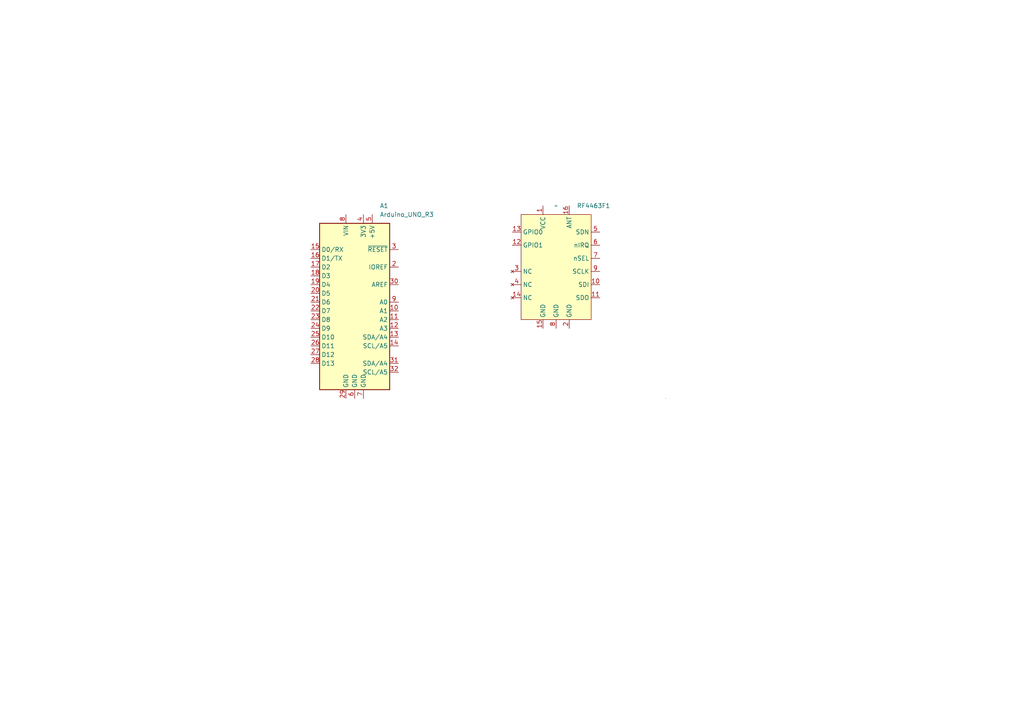
<source format=kicad_sch>
(kicad_sch (version 20230121) (generator eeschema)
  (paper "A4")
  (lib_symbols
    (symbol "MCU_Module:Arduino_UNO_R3"
      (property "Reference" "A" (at -10.16 23.495 0))
      (property "Value" "Arduino_UNO_R3" (at 5.08 -26.67 0))
      (symbol "Arduino_UNO_R3_0_1"
        (rectangle (start -10.16 22.86) (end 10.16 -25.4) (stroke (width 0.254)) (fill (type background)))
      )
      (symbol "Arduino_UNO_R3_1_1"
        (pin no_connect line (at -10.16 -20.32 0) (length 2.54) hide (name "NC") (number "1"))
        (pin bidirectional line (at 12.7 -2.54 180) (length 2.54) (name "A1") (number "10"))
        (pin bidirectional line (at 12.7 -5.08 180) (length 2.54) (name "A2") (number "11"))
        (pin bidirectional line (at 12.7 -7.62 180) (length 2.54) (name "A3") (number "12"))
        (pin bidirectional line (at 12.7 -10.16 180) (length 2.54) (name "SDA/A4") (number "13"))
        (pin bidirectional line (at 12.7 -12.7 180) (length 2.54) (name "SCL/A5") (number "14"))
        (pin bidirectional line (at -12.7 15.24 0) (length 2.54) (name "D0/RX") (number "15"))
        (pin bidirectional line (at -12.7 12.7 0) (length 2.54) (name "D1/TX") (number "16"))
        (pin bidirectional line (at -12.7 10.16 0) (length 2.54) (name "D2") (number "17"))
        (pin bidirectional line (at -12.7 7.62 0) (length 2.54) (name "D3") (number "18"))
        (pin bidirectional line (at -12.7 5.08 0) (length 2.54) (name "D4") (number "19"))
        (pin output line (at 12.7 10.16 180) (length 2.54) (name "IOREF") (number "2"))
        (pin bidirectional line (at -12.7 2.54 0) (length 2.54) (name "D5") (number "20"))
        (pin bidirectional line (at -12.7 0 0) (length 2.54) (name "D6") (number "21"))
        (pin bidirectional line (at -12.7 -2.54 0) (length 2.54) (name "D7") (number "22"))
        (pin bidirectional line (at -12.7 -5.08 0) (length 2.54) (name "D8") (number "23"))
        (pin bidirectional line (at -12.7 -7.62 0) (length 2.54) (name "D9") (number "24"))
        (pin bidirectional line (at -12.7 -10.16 0) (length 2.54) (name "D10") (number "25"))
        (pin bidirectional line (at -12.7 -12.7 0) (length 2.54) (name "D11") (number "26"))
        (pin bidirectional line (at -12.7 -15.24 0) (length 2.54) (name "D12") (number "27"))
        (pin bidirectional line (at -12.7 -17.78 0) (length 2.54) (name "D13") (number "28"))
        (pin power_in line (at -2.54 -27.94 90) (length 2.54) (name "GND") (number "29"))
        (pin input line (at 12.7 15.24 180) (length 2.54) (name "~{RESET}") (number "3"))
        (pin input line (at 12.7 5.08 180) (length 2.54) (name "AREF") (number "30"))
        (pin bidirectional line (at 12.7 -17.78 180) (length 2.54) (name "SDA/A4") (number "31"))
        (pin bidirectional line (at 12.7 -20.32 180) (length 2.54) (name "SCL/A5") (number "32"))
        (pin power_out line (at 2.54 25.4 270) (length 2.54) (name "3V3") (number "4"))
        (pin power_out line (at 5.08 25.4 270) (length 2.54) (name "+5V") (number "5"))
        (pin power_in line (at 0 -27.94 90) (length 2.54) (name "GND") (number "6"))
        (pin power_in line (at 2.54 -27.94 90) (length 2.54) (name "GND") (number "7"))
        (pin power_in line (at -2.54 25.4 270) (length 2.54) (name "VIN") (number "8"))
        (pin bidirectional line (at 12.7 0 180) (length 2.54) (name "A0") (number "9"))
      )
    )
    (symbol "RF_Library:RF4463F30"
      (property "Reference" "RF4463F30" (at 0 -1.27 90))
      (symbol "RF4463F30_0_1"
        (rectangle (start 31.75 -39.37) (end 31.75 -39.37))
      )
      (symbol "RF4463F30_1_1"
        (rectangle (start -10.16 13.97) (end 10.16 -16.51) (fill (type background)))
        (pin power_in line (at -3.81 16.51 270) (length 2.54) (name "VCC") (number "1"))
        (pin input line (at 12.7 -6.35 180) (length 2.54) (name "SDI") (number "10"))
        (pin output line (at 12.7 -10.16 180) (length 2.54) (name "SDO") (number "11"))
        (pin bidirectional line (at -12.7 5.08 0) (length 2.54) (name "GPIO1") (number "12"))
        (pin bidirectional line (at -12.7 8.89 0) (length 2.54) (name "GPIO0") (number "13"))
        (pin no_connect line (at -12.7 -10.16 0) (length 2.54) (name "NC") (number "14"))
        (pin passive line (at -3.81 -19.05 90) (length 2.54) (name "GND") (number "15"))
        (pin output line (at 3.81 16.51 270) (length 2.54) (name "ANT") (number "16"))
        (pin passive line (at 3.81 -19.05 90) (length 2.54) (name "GND") (number "2"))
        (pin no_connect line (at -12.7 -2.54 0) (length 2.54) (name "NC") (number "3"))
        (pin no_connect line (at -12.7 -6.35 0) (length 2.54) (name "NC") (number "4"))
        (pin input line (at 12.7 8.89 180) (length 2.54) (name "SDN") (number "5"))
        (pin input line (at 12.7 5.08 180) (length 2.54) (name "nIRQ") (number "6"))
        (pin input line (at 12.7 1.27 180) (length 2.54) (name "nSEL") (number "7"))
        (pin passive line (at 0 -19.05 90) (length 2.54) (name "GND") (number "8"))
        (pin bidirectional line (at 12.7 -2.54 180) (length 2.54) (name "SCLK") (number "9"))
      )
    )
  )
  (symbol (lib_id "MCU_Module:Arduino_UNO_R3") (at 102.87 87.63 0) (unit 1)
    (property "Reference" "A1" (at 110.1441 59.69 0) (effects (justify left)))
    (property "Value" "Arduino_UNO_R3" (at 110.1441 62.23 0) (effects (justify left)))
    (property "Footprint" "Module:Arduino_UNO_R3" (effects hide))
    (property "Datasheet" "https://www.arduino.cc/en/Main/arduinoBoardUno" (effects hide))
  )
  (symbol (lib_id "RF_Library:RF4463F30") (at 161.29 76.2 0) (unit 1)
    (property "Reference" "RF4463F1" (at 167.2941 59.69 0) (effects (justify left)))
    (property "Value" "~" (at 161.29 59.69 0))
  )
)
</source>
